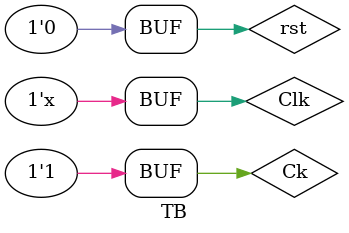
<source format=v>
`timescale 1ns / 1ps


module TB();
reg Ck;
reg Clk; 
reg rst;
//wire [3:0]OUT;
// wire out;
// wire [0:2]out0;
// wire [0:2]out1;
// wire [0:2]out2;
// wire [0:2]out3;
// wire [0:2]out4;
// wire [0:2]out5;
// wire [0:2]out6;
// wire [0:2]out7;
 

Decoder uut(Ck,Clk,rst);

initial 
begin
// Stage 1
Ck=0;
Clk=1;
rst=1;
#2
rst=0;
#30
Ck=1;

// Stage 2
#20
Ck=0;
#18
Ck=1;

// Stage 3
#20
Ck=0;
#20
Ck=1;

// Stage 4
#20
Ck=0;
#20
Ck=1;

// Stage 5
#20
Ck=0;
#20
Ck=1;

// Stage 6
#20
Ck=0;
#20
Ck=1;

// Stage 7
#20
Ck=0;
#20
Ck=1;

// Stage 8
#20
Ck=0;
#20
Ck=1;

//#30 $finish;

end


always #10 Clk=~Clk;
endmodule




</source>
